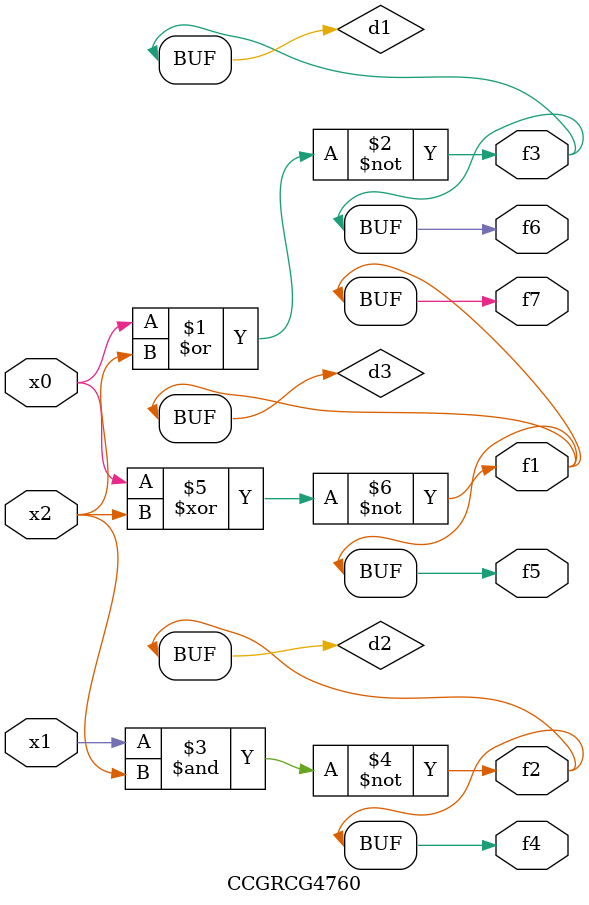
<source format=v>
module CCGRCG4760(
	input x0, x1, x2,
	output f1, f2, f3, f4, f5, f6, f7
);

	wire d1, d2, d3;

	nor (d1, x0, x2);
	nand (d2, x1, x2);
	xnor (d3, x0, x2);
	assign f1 = d3;
	assign f2 = d2;
	assign f3 = d1;
	assign f4 = d2;
	assign f5 = d3;
	assign f6 = d1;
	assign f7 = d3;
endmodule

</source>
